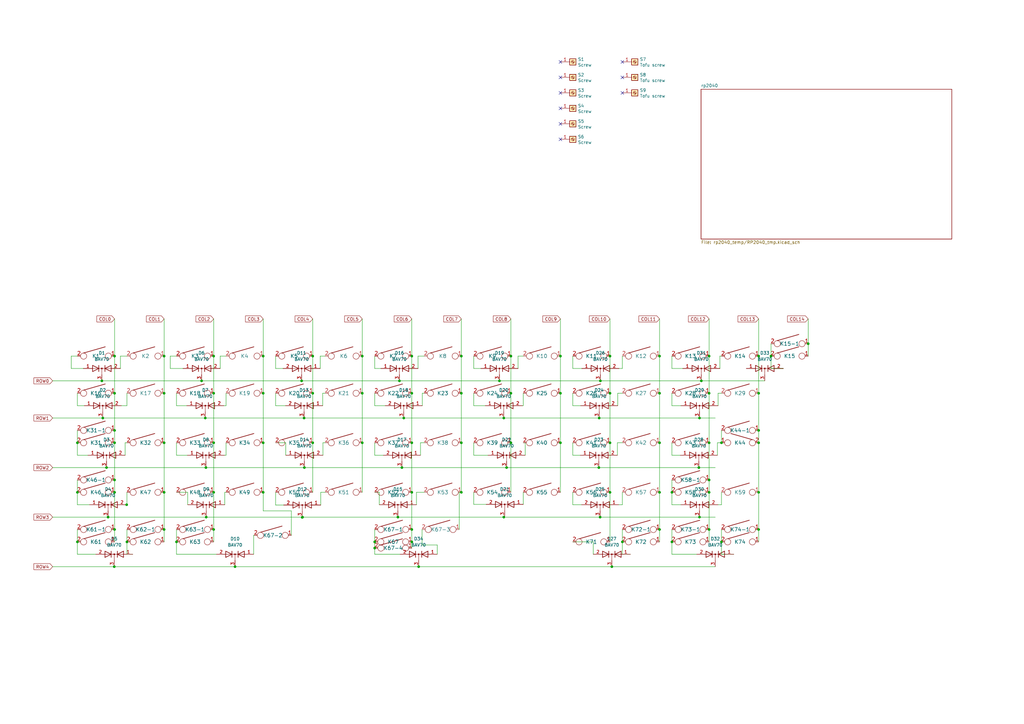
<source format=kicad_sch>
(kicad_sch (version 20211123) (generator eeschema)
  (paper "A3")
  (junction (at 286.639 191.77))
  (junction (at 206.629 171.45))
  (junction (at 107.95 161.29))
  (junction (at 270.51 161.29))
  (junction (at 46.99 196.85))
  (junction (at 46.99 161.29))
  (junction (at 290.83 201.93))
  (junction (at 123.698 156.21))
  (junction (at 286.893 171.45))
  (junction (at 209.55 161.29))
  (junction (at 84.582 212.09))
  (junction (at 171.704 232.41))
  (junction (at 46.99 146.05))
  (junction (at 67.31 181.61))
  (junction (at 246.126 212.09))
  (junction (at 245.745 171.45))
  (junction (at 290.83 196.85))
  (junction (at 87.63 217.17))
  (junction (at 255.27 222.25))
  (junction (at 168.91 201.93))
  (junction (at 270.51 201.93))
  (junction (at 46.99 181.61))
  (junction (at 148.59 161.29))
  (junction (at 31.75 201.93))
  (junction (at 275.59 201.93))
  (junction (at 107.95 181.61))
  (junction (at 295.91 181.61))
  (junction (at 270.51 181.61))
  (junction (at 46.99 176.53))
  (junction (at 107.95 146.05))
  (junction (at 229.87 146.05))
  (junction (at 246.253 156.21))
  (junction (at 124.079 212.09))
  (junction (at 67.31 146.05))
  (junction (at 107.95 201.93))
  (junction (at 128.27 181.61))
  (junction (at 168.91 161.29))
  (junction (at 311.15 201.93))
  (junction (at 311.15 146.05))
  (junction (at 148.59 181.61))
  (junction (at 209.55 146.05))
  (junction (at 123.952 212.217))
  (junction (at 189.23 201.93))
  (junction (at 168.91 222.25))
  (junction (at 84.201 171.45))
  (junction (at 207.772 191.77))
  (junction (at 31.75 181.61))
  (junction (at 206.629 212.09))
  (junction (at 209.55 181.61))
  (junction (at 250.19 181.61))
  (junction (at 46.99 201.93))
  (junction (at 168.91 217.17))
  (junction (at 189.23 146.05))
  (junction (at 189.23 181.61))
  (junction (at 311.15 181.61))
  (junction (at 311.15 176.53))
  (junction (at 270.51 217.17))
  (junction (at 41.783 156.21))
  (junction (at 290.83 146.05))
  (junction (at 168.91 181.61))
  (junction (at 275.59 222.25))
  (junction (at 250.19 146.05))
  (junction (at 67.31 161.29))
  (junction (at 245.618 191.77))
  (junction (at 204.851 156.21))
  (junction (at 250.19 161.29))
  (junction (at 84.455 191.77))
  (junction (at 163.195 212.09))
  (junction (at 290.83 181.61))
  (junction (at 250.19 201.93))
  (junction (at 311.15 217.17))
  (junction (at 290.83 217.17))
  (junction (at 286.893 212.09))
  (junction (at 82.677 156.21))
  (junction (at 229.87 161.29))
  (junction (at 250.952 232.41))
  (junction (at 42.164 171.45))
  (junction (at 52.07 222.25))
  (junction (at 96.393 232.41))
  (junction (at 67.31 217.17))
  (junction (at 287.655 156.21))
  (junction (at 46.863 232.41))
  (junction (at 295.91 222.25))
  (junction (at 290.83 161.29))
  (junction (at 331.47 140.97))
  (junction (at 148.59 146.05))
  (junction (at 44.323 212.09))
  (junction (at 229.87 181.61))
  (junction (at 128.27 161.29))
  (junction (at 51.943 207.01))
  (junction (at 87.63 161.29))
  (junction (at 87.63 181.61))
  (junction (at 270.51 146.05))
  (junction (at 87.63 146.05))
  (junction (at 153.67 224.79))
  (junction (at 72.39 222.25))
  (junction (at 316.23 146.05))
  (junction (at 128.27 146.05))
  (junction (at 168.91 146.05))
  (junction (at 124.841 191.77))
  (junction (at 153.67 222.25))
  (junction (at 87.63 201.93))
  (junction (at 165.608 171.45))
  (junction (at 189.23 161.29))
  (junction (at 67.31 201.93))
  (junction (at 164.846 191.77))
  (junction (at 43.688 191.77))
  (junction (at 163.83 156.21))
  (junction (at 311.15 161.29))
  (junction (at 46.99 217.17))
  (junction (at 31.75 222.25))
  (junction (at 124.714 171.45))
  (no_connect (at 255.27 31.75))
  (no_connect (at 255.27 25.4))
  (no_connect (at 255.27 38.1))
  (no_connect (at 229.87 38.1))
  (no_connect (at 229.87 57.15))
  (no_connect (at 229.87 50.8))
  (no_connect (at 229.87 44.45))
  (no_connect (at 229.87 25.4))
  (no_connect (at 229.87 31.75))
  (wire (pts (xy 290.83 217.17) (xy 290.83 201.93)))
  (wire (pts (xy 321.31 151.13) (xy 316.23 151.13)))
  (wire (pts (xy 275.59 227.33) (xy 275.59 222.25)))
  (wire (pts (xy 46.99 201.93) (xy 46.99 217.17)))
  (wire (pts (xy 229.87 161.29) (xy 229.87 181.61)))
  (wire (pts (xy 52.07 166.37) (xy 52.07 161.29)))
  (wire (pts (xy 42.164 171.45) (xy 84.201 171.45)))
  (wire (pts (xy 206.629 212.09) (xy 246.126 212.09)))
  (wire (pts (xy 132.461 186.69) (xy 132.461 181.61)))
  (wire (pts (xy 116.332 207.137) (xy 113.03 207.137)))
  (wire (pts (xy 72.39 201.93) (xy 76.962 201.93)))
  (wire (pts (xy 295.91 161.29) (xy 294.513 161.29)))
  (wire (pts (xy 285.75 227.33) (xy 275.59 227.33)))
  (wire (pts (xy 132.334 161.29) (xy 133.35 161.29)))
  (wire (pts (xy 290.83 196.85) (xy 290.83 181.61)))
  (wire (pts (xy 234.95 181.61) (xy 234.95 186.69)))
  (wire (pts (xy 311.15 161.29) (xy 311.15 176.53)))
  (wire (pts (xy 255.27 146.05) (xy 255.27 151.13)))
  (wire (pts (xy 117.221 181.61) (xy 117.221 186.69)))
  (wire (pts (xy 128.27 146.05) (xy 128.27 130.81)))
  (wire (pts (xy 153.67 151.13) (xy 156.21 151.13)))
  (wire (pts (xy 171.704 232.41) (xy 250.952 232.41)))
  (wire (pts (xy 214.63 161.29) (xy 214.63 166.37)))
  (wire (pts (xy 92.71 186.69) (xy 92.075 186.69)))
  (wire (pts (xy 67.31 161.29) (xy 67.31 146.05)))
  (wire (pts (xy 270.51 201.93) (xy 270.51 217.17)))
  (wire (pts (xy 46.99 161.29) (xy 46.99 176.53)))
  (wire (pts (xy 87.63 201.93) (xy 87.63 217.17)))
  (wire (pts (xy 171.45 146.05) (xy 171.45 151.13)))
  (wire (pts (xy 250.952 232.41) (xy 293.37 232.41)))
  (wire (pts (xy 275.59 166.37) (xy 279.273 166.37)))
  (wire (pts (xy 163.195 212.09) (xy 206.629 212.09)))
  (wire (pts (xy 44.323 212.09) (xy 84.582 212.09)))
  (wire (pts (xy 148.59 161.29) (xy 148.59 181.61)))
  (wire (pts (xy 287.655 156.21) (xy 313.69 156.21)))
  (wire (pts (xy 107.95 209.55) (xy 107.95 201.93)))
  (wire (pts (xy 153.67 186.69) (xy 157.226 186.69)))
  (wire (pts (xy 29.21 146.05) (xy 31.75 146.05)))
  (wire (pts (xy 75.057 151.13) (xy 69.85 151.13)))
  (wire (pts (xy 316.23 140.97) (xy 316.23 146.05)))
  (wire (pts (xy 294.513 161.29) (xy 294.513 166.37)))
  (wire (pts (xy 124.714 171.45) (xy 165.608 171.45)))
  (wire (pts (xy 72.39 186.69) (xy 76.835 186.69)))
  (wire (pts (xy 311.15 181.61) (xy 311.15 201.93)))
  (wire (pts (xy 300.99 227.33) (xy 295.91 227.33)))
  (wire (pts (xy 76.962 201.93) (xy 76.962 207.01)))
  (wire (pts (xy 31.75 166.37) (xy 34.544 166.37)))
  (wire (pts (xy 82.677 156.21) (xy 123.698 156.21)))
  (wire (pts (xy 84.455 191.77) (xy 124.841 191.77)))
  (wire (pts (xy 148.59 146.05) (xy 148.59 161.29)))
  (wire (pts (xy 87.63 130.81) (xy 87.63 146.05)))
  (wire (pts (xy 179.324 223.52) (xy 179.324 227.33)))
  (wire (pts (xy 194.31 161.29) (xy 194.31 166.37)))
  (wire (pts (xy 279.273 207.01) (xy 275.59 207.01)))
  (wire (pts (xy 275.59 201.93) (xy 275.59 196.85)))
  (wire (pts (xy 168.91 222.25) (xy 168.91 224.79)))
  (wire (pts (xy 119.507 219.583) (xy 119.507 209.55)))
  (wire (pts (xy 209.55 161.29) (xy 209.55 146.05)))
  (wire (pts (xy 113.03 151.13) (xy 116.078 151.13)))
  (wire (pts (xy 212.471 146.05) (xy 212.471 151.13)))
  (wire (pts (xy 46.99 146.05) (xy 46.99 161.29)))
  (wire (pts (xy 124.841 191.77) (xy 164.846 191.77)))
  (wire (pts (xy 165.608 171.45) (xy 206.629 171.45)))
  (wire (pts (xy 255.27 181.61) (xy 253.238 181.61)))
  (wire (pts (xy 153.67 146.05) (xy 153.67 151.13)))
  (wire (pts (xy 52.07 222.25) (xy 52.07 217.17)))
  (wire (pts (xy 275.59 207.01) (xy 275.59 201.93)))
  (wire (pts (xy 275.59 217.17) (xy 275.59 222.25)))
  (wire (pts (xy 294.259 181.61) (xy 295.91 181.61)))
  (wire (pts (xy 51.308 181.61) (xy 51.308 186.69)))
  (wire (pts (xy 69.85 146.05) (xy 72.39 146.05)))
  (wire (pts (xy 148.59 181.61) (xy 148.59 201.93)))
  (wire (pts (xy 172.466 181.61) (xy 173.99 181.61)))
  (wire (pts (xy 215.392 186.69) (xy 215.392 181.61)))
  (wire (pts (xy 31.75 201.93) (xy 31.75 196.85)))
  (wire (pts (xy 199.39 206.883) (xy 194.31 206.883)))
  (wire (pts (xy 133.35 146.05) (xy 131.318 146.05)))
  (wire (pts (xy 238.506 207.01) (xy 234.95 207.01)))
  (wire (pts (xy 128.27 201.93) (xy 128.27 181.61)))
  (wire (pts (xy 153.67 224.79) (xy 153.67 222.25)))
  (wire (pts (xy 311.15 130.81) (xy 311.15 146.05)))
  (wire (pts (xy 295.91 222.25) (xy 295.91 217.17)))
  (wire (pts (xy 253.365 166.37) (xy 253.365 161.29)))
  (wire (pts (xy 46.99 130.81) (xy 46.99 146.05)))
  (wire (pts (xy 171.45 146.05) (xy 173.99 146.05)))
  (wire (pts (xy 153.67 227.33) (xy 153.67 224.79)))
  (wire (pts (xy 246.126 212.09) (xy 286.893 212.09)))
  (wire (pts (xy 52.07 227.33) (xy 52.07 222.25)))
  (wire (pts (xy 131.318 146.05) (xy 131.318 151.13)))
  (wire (pts (xy 72.39 181.61) (xy 72.39 186.69)))
  (wire (pts (xy 275.59 151.13) (xy 275.59 146.05)))
  (wire (pts (xy 84.201 171.45) (xy 124.714 171.45)))
  (wire (pts (xy 270.51 146.05) (xy 270.51 161.29)))
  (wire (pts (xy 229.87 130.81) (xy 229.87 146.05)))
  (wire (pts (xy 87.63 161.29) (xy 87.63 181.61)))
  (wire (pts (xy 46.863 232.41) (xy 96.393 232.41)))
  (wire (pts (xy 194.31 166.37) (xy 199.009 166.37)))
  (wire (pts (xy 204.851 156.21) (xy 246.253 156.21)))
  (wire (pts (xy 311.15 217.17) (xy 311.15 222.25)))
  (wire (pts (xy 31.75 227.33) (xy 31.75 222.25)))
  (wire (pts (xy 209.55 201.93) (xy 209.55 181.61)))
  (wire (pts (xy 234.95 207.01) (xy 234.95 201.93)))
  (wire (pts (xy 168.91 161.29) (xy 168.91 146.05)))
  (wire (pts (xy 311.15 176.53) (xy 311.15 181.61)))
  (wire (pts (xy 107.95 181.61) (xy 107.95 201.93)))
  (wire (pts (xy 49.784 166.37) (xy 52.07 166.37)))
  (wire (pts (xy 31.75 207.01) (xy 31.75 201.93)))
  (wire (pts (xy 311.15 146.05) (xy 311.15 161.29)))
  (wire (pts (xy 172.466 186.69) (xy 172.466 181.61)))
  (wire (pts (xy 84.582 212.09) (xy 124.079 212.09)))
  (wire (pts (xy 295.91 207.01) (xy 294.513 207.01)))
  (wire (pts (xy 107.95 130.81) (xy 107.95 146.05)))
  (wire (pts (xy 290.83 146.05) (xy 290.83 130.81)))
  (wire (pts (xy 173.101 217.17) (xy 173.101 223.52)))
  (wire (pts (xy 207.01 211.963) (xy 206.629 211.963)))
  (wire (pts (xy 295.275 151.13) (xy 295.275 146.05)))
  (wire (pts (xy 173.101 223.52) (xy 179.324 223.52)))
  (wire (pts (xy 36.068 186.69) (xy 31.75 186.69)))
  (wire (pts (xy 275.59 186.69) (xy 279.019 186.69)))
  (wire (pts (xy 54.483 227.33) (xy 52.07 227.33)))
  (wire (pts (xy 197.231 151.13) (xy 194.31 151.13)))
  (wire (pts (xy 131.572 201.93) (xy 131.572 207.137)))
  (wire (pts (xy 286.639 191.77) (xy 293.37 191.77)))
  (wire (pts (xy 155.575 207.01) (xy 155.575 201.93)))
  (wire (pts (xy 132.461 181.61) (xy 133.35 181.61)))
  (wire (pts (xy 255.27 201.93) (xy 255.27 207.01)))
  (wire (pts (xy 72.39 227.33) (xy 72.39 222.25)))
  (wire (pts (xy 88.773 227.33) (xy 72.39 227.33)))
  (wire (pts (xy 21.59 156.21) (xy 41.783 156.21)))
  (wire (pts (xy 29.21 151.13) (xy 34.163 151.13)))
  (wire (pts (xy 67.31 181.61) (xy 67.31 161.29)))
  (wire (pts (xy 124.079 212.217) (xy 124.079 212.09)))
  (wire (pts (xy 21.59 232.41) (xy 46.863 232.41)))
  (wire (pts (xy 206.629 211.963) (xy 206.629 212.09)))
  (wire (pts (xy 250.19 181.61) (xy 250.19 161.29)))
  (wire (pts (xy 67.31 146.05) (xy 67.31 130.81)))
  (wire (pts (xy 246.253 156.21) (xy 287.655 156.21)))
  (wire (pts (xy 234.95 186.69) (xy 237.998 186.69)))
  (wire (pts (xy 173.228 166.37) (xy 173.228 161.29)))
  (wire (pts (xy 234.95 146.05) (xy 234.95 151.13)))
  (wire (pts (xy 234.95 161.29) (xy 234.95 166.37)))
  (wire (pts (xy 31.75 161.29) (xy 31.75 166.37)))
  (wire (pts (xy 168.91 201.93) (xy 168.91 181.61)))
  (wire (pts (xy 207.772 191.77) (xy 245.618 191.77)))
  (wire (pts (xy 270.51 130.81) (xy 270.51 146.05)))
  (wire (pts (xy 255.27 151.13) (xy 253.873 151.13)))
  (wire (pts (xy 286.893 212.09) (xy 293.37 212.09)))
  (wire (pts (xy 96.393 232.41) (xy 171.704 232.41)))
  (wire (pts (xy 104.013 219.583) (xy 104.267 219.583)))
  (wire (pts (xy 107.95 146.05) (xy 107.95 161.29)))
  (wire (pts (xy 49.403 146.05) (xy 52.07 146.05)))
  (wire (pts (xy 290.83 201.93) (xy 290.83 196.85)))
  (wire (pts (xy 206.629 171.45) (xy 245.745 171.45)))
  (wire (pts (xy 67.31 222.25) (xy 67.31 217.17)))
  (wire (pts (xy 173.228 161.29) (xy 173.99 161.29)))
  (wire (pts (xy 31.75 181.61) (xy 31.75 186.69)))
  (wire (pts (xy 258.572 227.33) (xy 255.27 227.33)))
  (wire (pts (xy 107.95 161.29) (xy 107.95 181.61)))
  (wire (pts (xy 128.27 181.61) (xy 128.27 161.29)))
  (wire (pts (xy 189.23 161.29) (xy 189.23 181.61)))
  (wire (pts (xy 194.31 181.61) (xy 194.31 186.69)))
  (wire (pts (xy 43.688 191.77) (xy 84.455 191.77)))
  (wire (pts (xy 148.59 130.81) (xy 148.59 146.05)))
  (wire (pts (xy 46.99 196.85) (xy 46.99 201.93)))
  (wire (pts (xy 92.202 201.93) (xy 92.71 201.93)))
  (wire (pts (xy 250.19 222.25) (xy 250.19 201.93)))
  (wire (pts (xy 214.63 201.93) (xy 214.63 206.883)))
  (wire (pts (xy 295.91 227.33) (xy 295.91 222.25)))
  (wire (pts (xy 270.51 181.61) (xy 270.51 201.93)))
  (wire (pts (xy 92.71 161.29) (xy 92.71 166.37)))
  (wire (pts (xy 119.507 209.55) (xy 107.95 209.55)))
  (wire (pts (xy 164.846 191.77) (xy 207.772 191.77)))
  (wire (pts (xy 243.332 222.25) (xy 243.332 227.33)))
  (wire (pts (xy 52.07 181.61) (xy 51.308 181.61)))
  (wire (pts (xy 104.013 227.33) (xy 104.013 219.583)))
  (wire (pts (xy 113.03 146.05) (xy 113.03 151.13)))
  (wire (pts (xy 153.67 181.61) (xy 153.67 186.69)))
  (wire (pts (xy 69.85 151.13) (xy 69.85 146.05)))
  (wire (pts (xy 194.31 151.13) (xy 194.31 146.05)))
  (wire (pts (xy 270.51 161.29) (xy 270.51 181.61)))
  (wire (pts (xy 123.952 212.217) (xy 124.079 212.217)))
  (wire (pts (xy 194.31 206.883) (xy 194.31 201.93)))
  (wire (pts (xy 170.815 201.93) (xy 173.99 201.93)))
  (wire (pts (xy 253.365 161.29) (xy 255.27 161.29)))
  (wire (pts (xy 117.094 166.37) (xy 113.03 166.37)))
  (wire (pts (xy 46.99 176.53) (xy 46.99 181.61)))
  (wire (pts (xy 39.243 227.33) (xy 31.75 227.33)))
  (wire (pts (xy 311.15 201.93) (xy 311.15 217.17)))
  (wire (pts (xy 21.59 212.09) (xy 44.323 212.09)))
  (wire (pts (xy 229.87 181.61) (xy 229.87 201.93)))
  (wire (pts (xy 229.87 146.05) (xy 229.87 161.29)))
  (wire (pts (xy 29.21 146.05) (xy 29.21 151.13)))
  (wire (pts (xy 113.03 181.61) (xy 117.221 181.61)))
  (wire (pts (xy 67.31 217.17) (xy 67.31 201.93)))
  (wire (pts (xy 168.91 181.61) (xy 168.91 161.29)))
  (wire (pts (xy 290.83 222.25) (xy 290.83 217.17)))
  (wire (pts (xy 170.815 207.01) (xy 170.815 201.93)))
  (wire (pts (xy 168.91 217.17) (xy 168.91 222.25)))
  (wire (pts (xy 280.035 151.13) (xy 275.59 151.13)))
  (wire (pts (xy 331.47 140.97) (xy 331.47 130.81)))
  (wire (pts (xy 250.19 161.29) (xy 250.19 146.05)))
  (wire (pts (xy 253.238 181.61) (xy 253.238 186.69)))
  (wire (pts (xy 245.618 191.77) (xy 286.639 191.77)))
  (wire (pts (xy 90.297 146.05) (xy 90.297 151.13)))
  (wire (pts (xy 189.23 130.81) (xy 189.23 146.05)))
  (wire (pts (xy 128.27 161.29) (xy 128.27 146.05)))
  (wire (pts (xy 155.575 201.93) (xy 153.67 201.93)))
  (wire (pts (xy 153.67 161.29) (xy 153.67 166.37)))
  (wire (pts (xy 36.703 207.01) (xy 31.75 207.01)))
  (wire (pts (xy 92.202 207.01) (xy 92.202 201.93)))
  (wire (pts (xy 133.35 201.93) (xy 131.572 201.93)))
  (wire (pts (xy 72.39 161.29) (xy 72.39 166.37)))
  (wire (pts (xy 113.03 207.137) (xy 113.03 201.93)))
  (wire (pts (xy 255.27 227.33) (xy 255.27 222.25)))
  (wire (pts (xy 234.95 151.13) (xy 238.633 151.13)))
  (wire (pts (xy 250.19 201.93) (xy 250.19 181.61)))
  (wire (pts (xy 67.31 201.93) (xy 67.31 181.61)))
  (wire (pts (xy 290.83 181.61) (xy 290.83 161.29)))
  (wire (pts (xy 188.341 217.17) (xy 188.341 201.93)))
  (wire (pts (xy 214.63 166.37) (xy 214.249 166.37)))
  (wire (pts (xy 270.51 217.17) (xy 270.51 222.25)))
  (wire (pts (xy 275.59 161.29) (xy 275.59 166.37)))
  (wire (pts (xy 87.63 217.17) (xy 87.63 222.25)))
  (wire (pts (xy 275.59 181.61) (xy 275.59 186.69)))
  (wire (pts (xy 209.55 146.05) (xy 209.55 130.81)))
  (wire (pts (xy 316.23 151.13) (xy 316.23 146.05)))
  (wire (pts (xy 21.59 191.77) (xy 43.688 191.77)))
  (wire (pts (xy 41.783 156.21) (xy 82.677 156.21)))
  (wire (pts (xy 132.334 166.37) (xy 132.334 161.29)))
  (wire (pts (xy 245.745 171.45) (xy 286.893 171.45)))
  (wire (pts (xy 214.63 146.05) (xy 212.471 146.05)))
  (wire (pts (xy 294.259 186.69) (xy 294.259 181.61)))
  (wire (pts (xy 250.19 146.05) (xy 250.19 130.81)))
  (wire (pts (xy 72.39 166.37) (xy 76.581 166.37)))
  (wire (pts (xy 46.99 217.17) (xy 46.99 222.25)))
  (wire (pts (xy 168.91 146.05) (xy 168.91 130.81)))
  (wire (pts (xy 87.63 181.61) (xy 87.63 201.93)))
  (wire (pts (xy 87.63 146.05) (xy 87.63 161.29)))
  (wire (pts (xy 290.83 161.29) (xy 290.83 146.05)))
  (wire (pts (xy 31.75 176.53) (xy 31.75 181.61)))
  (wire (pts (xy 234.95 166.37) (xy 238.125 166.37)))
  (wire (pts (xy 163.83 156.21) (xy 204.851 156.21)))
  (wire (pts (xy 188.341 201.93) (xy 189.23 201.93)))
  (wire (pts (xy 46.99 181.61) (xy 46.99 196.85)))
  (wire (pts (xy 124.079 212.09) (xy 163.195 212.09)))
  (wire (pts (xy 49.403 151.13) (xy 49.403 146.05)))
  (wire (pts (xy 234.95 222.25) (xy 243.332 222.25)))
  (wire (pts (xy 194.31 186.69) (xy 200.152 186.69)))
  (wire (pts (xy 123.698 156.21) (xy 163.83 156.21)))
  (wire (pts (xy 189.23 181.61) (xy 189.23 201.93)))
  (wire (pts (xy 92.71 166.37) (xy 91.821 166.37)))
  (wire (pts (xy 331.47 146.05) (xy 331.47 140.97)))
  (wire (pts (xy 153.67 217.17) (xy 153.67 222.25)))
  (wire (pts (xy 295.91 201.93) (xy 295.91 207.01)))
  (wire (pts (xy 295.275 146.05) (xy 295.91 146.05)))
  (wire (pts (xy 295.91 176.53) (xy 295.91 181.61)))
  (wire (pts (xy 168.91 217.17) (xy 168.91 201.93)))
  (wire (pts (xy 92.71 181.61) (xy 92.71 186.69)))
  (wire (pts (xy 255.27 222.25) (xy 255.27 217.17)))
  (wire (pts (xy 21.59 171.45) (xy 42.164 171.45)))
  (wire (pts (xy 214.63 181.61) (xy 215.392 181.61)))
  (wire (pts (xy 72.39 222.25) (xy 72.39 217.17)))
  (wire (pts (xy 92.71 146.05) (xy 90.297 146.05)))
  (wire (pts (xy 164.084 227.33) (xy 153.67 227.33)))
  (wire (pts (xy 52.07 207.01) (xy 51.943 207.01)))
  (wire (pts (xy 113.03 166.37) (xy 113.03 161.29)))
  (wire (pts (xy 31.75 222.25) (xy 31.75 217.17)))
  (wire (pts (xy 189.23 146.05) (xy 189.23 161.29)))
  (wire (pts (xy 52.07 201.93) (xy 52.07 207.01)))
  (wire (pts (xy 209.55 181.61) (xy 209.55 161.29)))
  (wire (pts (xy 153.67 166.37) (xy 157.988 166.37)))
  (wire (pts (xy 286.893 171.45) (xy 293.37 171.45)))
  (wire (pts (xy 255.27 207.01) (xy 253.746 207.01)))
  (global_label "COL11" (shape input) (at 270.51 130.81 180) (property "Intersheet References" "${INTERSHEET_REFS}" (effects hide)))
  (global_label "ROW3" (shape input) (at 21.59 212.09 180) (property "Intersheet References" "${INTERSHEET_REFS}" (effects hide)))
  (global_label "COL7" (shape input) (at 189.23 130.81 180) (property "Intersheet References" "${INTERSHEET_REFS}" (effects hide)))
  (global_label "COL10" (shape input) (at 250.19 130.81 180) (property "Intersheet References" "${INTERSHEET_REFS}" (effects hide)))
  (global_label "COL12" (shape input) (at 290.83 130.81 180) (property "Intersheet References" "${INTERSHEET_REFS}" (effects hide)))
  (global_label "COL3" (shape input) (at 107.95 130.81 180) (property "Intersheet References" "${INTERSHEET_REFS}" (effects hide)))
  (global_label "ROW4" (shape input) (at 21.59 232.41 180) (property "Intersheet References" "${INTERSHEET_REFS}" (effects hide)))
  (global_label "COL9" (shape input) (at 229.87 130.81 180) (property "Intersheet References" "${INTERSHEET_REFS}" (effects hide)))
  (global_label "COL5" (shape input) (at 148.59 130.81 180) (property "Intersheet References" "${INTERSHEET_REFS}" (effects hide)))
  (global_label "COL6" (shape input) (at 168.91 130.81 180) (property "Intersheet References" "${INTERSHEET_REFS}" (effects hide)))
  (global_label "COL13" (shape input) (at 311.15 130.81 180) (property "Intersheet References" "${INTERSHEET_REFS}" (effects hide)))
  (global_label "COL8" (shape input) (at 209.55 130.81 180) (property "Intersheet References" "${INTERSHEET_REFS}" (effects hide)))
  (global_label "COL4" (shape input) (at 128.27 130.81 180) (property "Intersheet References" "${INTERSHEET_REFS}" (effects hide)))
  (global_label "ROW0" (shape input) (at 21.59 156.21 180) (property "Intersheet References" "${INTERSHEET_REFS}" (effects hide)))
  (global_label "COL1" (shape input) (at 67.31 130.81 180) (property "Intersheet References" "${INTERSHEET_REFS}" (effects hide)))
  (global_label "COL14" (shape input) (at 331.47 130.81 180) (property "Intersheet References" "${INTERSHEET_REFS}" (effects hide)))
  (global_label "ROW2" (shape input) (at 21.59 191.77 180) (property "Intersheet References" "${INTERSHEET_REFS}" (effects hide)))
  (global_label "ROW1" (shape input) (at 21.59 171.45 180) (property "Intersheet References" "${INTERSHEET_REFS}" (effects hide)))
  (global_label "COL0" (shape input) (at 46.99 130.81 180) (property "Intersheet References" "${INTERSHEET_REFS}" (effects hide)))
  (global_label "COL2" (shape input) (at 87.63 130.81 180) (property "Intersheet References" "${INTERSHEET_REFS}" (effects hide)))
  (symbol (lib_id "Connector:Screw_Terminal_01x01") (at 234.95 25.4 0) (unit 1)
    (property "Reference" "S1" (at 236.982 24.3332 0) (effects (justify left)))
    (property "Value" "Screw" (at 236.982 26.6446 0) (effects (justify left)))
    (property "Footprint" "footprints:5.5_5x2.5mm" (effects hide))
  )
  (symbol (lib_id "Connector:Screw_Terminal_01x01") (at 234.95 31.75 0) (unit 1)
    (property "Reference" "S2" (at 236.982 30.6832 0) (effects (justify left)))
    (property "Value" "Screw" (at 236.982 32.9946 0) (effects (justify left)))
    (property "Footprint" "footprints:5.5_5x2.5mm" (effects hide))
  )
  (symbol (lib_id "Connector:Screw_Terminal_01x01") (at 234.95 38.1 0) (unit 1)
    (property "Reference" "S3" (at 236.982 37.0332 0) (effects (justify left)))
    (property "Value" "Screw" (at 236.982 39.3446 0) (effects (justify left)))
    (property "Footprint" "footprints:5.5_5x2.5mm" (effects hide))
  )
  (symbol (lib_id "Connector:Screw_Terminal_01x01") (at 234.95 44.45 0) (unit 1)
    (property "Reference" "S4" (at 236.982 43.3832 0) (effects (justify left)))
    (property "Value" "Screw" (at 236.982 45.6946 0) (effects (justify left)))
    (property "Footprint" "footprints:10x5_7x2.5mm" (effects hide))
  )
  (symbol (lib_id "Connector:Screw_Terminal_01x01") (at 234.95 50.8 0) (unit 1)
    (property "Reference" "S5" (at 236.982 49.7332 0) (effects (justify left)))
    (property "Value" "Screw" (at 236.982 52.0446 0) (effects (justify left)))
    (property "Footprint" "footprints:10x5_7x2.5mm" (effects hide))
  )
  (symbol (lib_id "Connector:Screw_Terminal_01x01") (at 234.95 57.15 0) (unit 1)
    (property "Reference" "S6" (at 236.982 56.0832 0) (effects (justify left)))
    (property "Value" "Screw" (at 236.982 58.3946 0) (effects (justify left)))
    (property "Footprint" "footprints:5.5_5x2.5mm" (effects hide))
  )
  (symbol (lib_id "keyboard_parts:KEYSW") (at 39.37 146.05 0) (unit 1)
    (property "Reference" "K1" (at 39.37 146.05 0) (effects (font (size 1.524 1.524))))
    (property "Value" "KEYSW" (effects hide))
    (property "Footprint" "Keeb_switches:CHERRY_PLATE_100H" (effects hide))
  )
  (symbol (lib_id "keyboard_parts:KEYSW") (at 59.69 146.05 0) (unit 1)
    (property "Reference" "K2" (at 59.69 146.05 0) (effects (font (size 1.524 1.524))))
    (property "Value" "KEYSW" (effects hide))
    (property "Footprint" "Keeb_switches:CHERRY_PLATE_100H" (effects hide))
  )
  (symbol (lib_id "keyboard_parts:KEYSW") (at 80.01 146.05 0) (unit 1)
    (property "Reference" "K3" (at 80.01 146.05 0) (effects (font (size 1.524 1.524))))
    (property "Value" "KEYSW" (effects hide))
    (property "Footprint" "Keeb_switches:CHERRY_PLATE_100H" (effects hide))
  )
  (symbol (lib_id "keyboard_parts:KEYSW") (at 100.33 146.05 0) (unit 1)
    (property "Reference" "K4" (at 100.33 146.05 0) (effects (font (size 1.524 1.524))))
    (property "Value" "KEYSW" (effects hide))
    (property "Footprint" "Keeb_switches:CHERRY_PLATE_100H" (effects hide))
  )
  (symbol (lib_id "keyboard_parts:KEYSW") (at 120.65 146.05 0) (unit 1)
    (property "Reference" "K5" (at 120.65 146.05 0) (effects (font (size 1.524 1.524))))
    (property "Value" "KEYSW" (effects hide))
    (property "Footprint" "Keeb_switches:CHERRY_PLATE_100H" (effects hide))
  )
  (symbol (lib_id "keyboard_parts:KEYSW") (at 140.97 146.05 0) (unit 1)
    (property "Reference" "K6" (at 140.97 146.05 0) (effects (font (size 1.524 1.524))))
    (property "Value" "KEYSW" (effects hide))
    (property "Footprint" "Keeb_switches:CHERRY_PLATE_100H" (effects hide))
  )
  (symbol (lib_id "keyboard_parts:KEYSW") (at 161.29 146.05 0) (unit 1)
    (property "Reference" "K7" (at 161.29 146.05 0) (effects (font (size 1.524 1.524))))
    (property "Value" "KEYSW" (effects hide))
    (property "Footprint" "Keeb_switches:CHERRY_PLATE_100H" (effects hide))
  )
  (symbol (lib_id "keyboard_parts:KEYSW") (at 181.61 146.05 0) (unit 1)
    (property "Reference" "K8" (at 181.61 146.05 0) (effects (font (size 1.524 1.524))))
    (property "Value" "KEYSW" (effects hide))
    (property "Footprint" "Keeb_switches:CHERRY_PLATE_100H" (effects hide))
  )
  (symbol (lib_id "keyboard_parts:KEYSW") (at 201.93 146.05 0) (unit 1)
    (property "Reference" "K9" (at 201.93 146.05 0) (effects (font (size 1.524 1.524))))
    (property "Value" "KEYSW" (effects hide))
    (property "Footprint" "Keeb_switches:CHERRY_PLATE_100H" (effects hide))
  )
  (symbol (lib_id "keyboard_parts:KEYSW") (at 222.25 146.05 0) (unit 1)
    (property "Reference" "K10" (at 222.25 146.05 0) (effects (font (size 1.524 1.524))))
    (property "Value" "KEYSW" (effects hide))
    (property "Footprint" "Keeb_switches:CHERRY_PLATE_100H" (effects hide))
  )
  (symbol (lib_id "keyboard_parts:KEYSW") (at 242.57 146.05 0) (unit 1)
    (property "Reference" "K11" (at 242.57 146.05 0) (effects (font (size 1.524 1.524))))
    (property "Value" "KEYSW" (effects hide))
    (property "Footprint" "Keeb_switches:CHERRY_PLATE_100H" (effects hide))
  )
  (symbol (lib_id "keyboard_parts:KEYSW") (at 262.89 146.05 0) (unit 1)
    (property "Reference" "K12" (at 262.89 146.05 0) (effects (font (size 1.524 1.524))))
    (property "Value" "KEYSW" (effects hide))
    (property "Footprint" "Keeb_switches:CHERRY_PLATE_100H" (effects hide))
  )
  (symbol (lib_id "keyboard_parts:KEYSW") (at 283.21 146.05 0) (unit 1)
    (property "Reference" "K13" (at 283.21 146.05 0) (effects (font (size 1.524 1.524))))
    (property "Value" "KEYSW" (effects hide))
    (property "Footprint" "Keeb_switches:CHERRY_PLATE_100H" (effects hide))
  )
  (symbol (lib_id "keyboard_parts:KEYSW") (at 303.53 146.05 0) (unit 1)
    (property "Reference" "K14" (at 303.53 146.05 0) (effects (font (size 1.524 1.524))))
    (property "Value" "KEYSW" (effects hide))
    (property "Footprint" "Keeb_switches:CHERRY_PLATE_100H" (effects hide))
  )
  (symbol (lib_id "keyboard_parts:KEYSW") (at 323.85 146.05 0) (unit 1)
    (property "Reference" "K15" (at 323.85 146.05 0) (effects (font (size 1.524 1.524))))
    (property "Value" "KEYSW" (effects hide))
    (property "Footprint" "Keeb_switches:CHERRY_PCB_200H" (effects hide))
  )
  (symbol (lib_id "keyboard_parts:KEYSW") (at 39.37 161.29 0) (unit 1)
    (property "Reference" "K16" (at 39.37 161.29 0) (effects (font (size 1.524 1.524))))
    (property "Value" "KEYSW" (effects hide))
    (property "Footprint" "Keeb_switches:CHERRY_PLATE_150H" (effects hide))
  )
  (symbol (lib_id "keyboard_parts:KEYSW") (at 59.69 161.29 0) (unit 1)
    (property "Reference" "K17" (at 59.69 161.29 0) (effects (font (size 1.524 1.524))))
    (property "Value" "KEYSW" (effects hide))
    (property "Footprint" "Keeb_switches:CHERRY_PLATE_100H" (effects hide))
  )
  (symbol (lib_id "keyboard_parts:KEYSW") (at 80.01 161.29 0) (unit 1)
    (property "Reference" "K18" (at 80.01 161.29 0) (effects (font (size 1.524 1.524))))
    (property "Value" "KEYSW" (effects hide))
    (property "Footprint" "Keeb_switches:CHERRY_PLATE_100H" (effects hide))
  )
  (symbol (lib_id "keyboard_parts:KEYSW") (at 100.33 161.29 0) (unit 1)
    (property "Reference" "K19" (at 100.33 161.29 0) (effects (font (size 1.524 1.524))))
    (property "Value" "KEYSW" (effects hide))
    (property "Footprint" "Keeb_switches:CHERRY_PLATE_100H" (effects hide))
  )
  (symbol (lib_id "keyboard_parts:KEYSW") (at 120.65 161.29 0) (unit 1)
    (property "Reference" "K20" (at 120.65 161.29 0) (effects (font (size 1.524 1.524))))
    (property "Value" "KEYSW" (effects hide))
    (property "Footprint" "Keeb_switches:CHERRY_PLATE_100H" (effects hide))
  )
  (symbol (lib_id "keyboard_parts:KEYSW") (at 140.97 161.29 0) (unit 1)
    (property "Reference" "K21" (at 140.97 161.29 0) (effects (font (size 1.524 1.524))))
    (property "Value" "KEYSW" (effects hide))
    (property "Footprint" "Keeb_switches:CHERRY_PLATE_100H" (effects hide))
  )
  (symbol (lib_id "keyboard_parts:KEYSW") (at 161.29 161.29 0) (unit 1)
    (property "Reference" "K22" (at 161.29 161.29 0) (effects (font (size 1.524 1.524))))
    (property "Value" "KEYSW" (effects hide))
    (property "Footprint" "Keeb_switches:CHERRY_PLATE_100H" (effects hide))
  )
  (symbol (lib_id "keyboard_parts:KEYSW") (at 181.61 161.29 0) (unit 1)
    (property "Reference" "K23" (at 181.61 161.29 0) (effects (font (size 1.524 1.524))))
    (property "Value" "KEYSW" (effects hide))
    (property "Footprint" "Keeb_switches:CHERRY_PLATE_100H" (effects hide))
  )
  (symbol (lib_id "keyboard_parts:KEYSW") (at 201.93 161.29 0) (unit 1)
    (property "Reference" "K24" (at 201.93 161.29 0) (effects (font (size 1.524 1.524))))
    (property "Value" "KEYSW" (effects hide))
    (property "Footprint" "Keeb_switches:CHERRY_PLATE_100H" (effects hide))
  )
  (symbol (lib_id "keyboard_parts:KEYSW") (at 222.25 161.29 0) (unit 1)
    (property "Reference" "K25" (at 222.25 161.29 0) (effects (font (size 1.524 1.524))))
    (property "Value" "KEYSW" (effects hide))
    (property "Footprint" "Keeb_switches:CHERRY_PLATE_100H" (effects hide))
  )
  (symbol (lib_id "keyboard_parts:KEYSW") (at 242.57 161.29 0) (unit 1)
    (property "Reference" "K26" (at 242.57 161.29 0) (effects (font (size 1.524 1.524))))
    (property "Value" "KEYSW" (effects hide))
    (property "Footprint" "Keeb_switches:CHERRY_PLATE_100H" (effects hide))
  )
  (symbol (lib_id "keyboard_parts:KEYSW") (at 262.89 161.29 0) (unit 1)
    (property "Reference" "K27" (at 262.89 161.29 0) (effects (font (size 1.524 1.524))))
    (property "Value" "KEYSW" (effects hide))
    (property "Footprint" "Keeb_switches:CHERRY_PLATE_100H" (effects hide))
  )
  (symbol (lib_id "keyboard_parts:KEYSW") (at 283.21 161.29 0) (unit 1)
    (property "Reference" "K28" (at 283.21 161.29 0) (effects (font (size 1.524 1.524))))
    (property "Value" "KEYSW" (effects hide))
    (property "Footprint" "Keeb_switches:CHERRY_PLATE_100H" (effects hide))
  )
  (symbol (lib_id "keyboard_parts:KEYSW") (at 303.53 161.29 0) (unit 1)
    (property "Reference" "K29" (at 303.53 161.29 0) (effects (font (size 1.524 1.524))))
    (property "Value" "KEYSW" (effects hide))
    (property "Footprint" "Keeb_switches:CHERRY_PLATE_150H" (effects hide))
  )
  (symbol (lib_id "keyboard_parts:KEYSW") (at 39.37 181.61 0) (unit 1)
    (property "Reference" "K31" (at 39.37 181.61 0) (effects (font (size 1.524 1.524))))
    (property "Value" "KEYSW" (effects hide))
    (property "Footprint" "Keeb_switches:CHERRY_PLATE_175H" (effects hide))
  )
  (symbol (lib_id "keyboard_parts:KEYSW") (at 59.69 181.61 0) (unit 1)
    (property "Reference" "K32" (at 59.69 181.61 0) (effects (font (size 1.524 1.524))))
    (property "Value" "KEYSW" (effects hide))
    (property "Footprint" "Keeb_switches:CHERRY_PLATE_100H" (effects hide))
  )
  (symbol (lib_id "keyboard_parts:KEYSW") (at 80.01 181.61 0) (unit 1)
    (property "Reference" "K33" (at 80.01 181.61 0) (effects (font (size 1.524 1.524))))
    (property "Value" "KEYSW" (effects hide))
    (property "Footprint" "Keeb_switches:CHERRY_PLATE_100H" (effects hide))
  )
  (symbol (lib_id "keyboard_parts:KEYSW") (at 100.33 181.61 0) (unit 1)
    (property "Reference" "K34" (at 100.33 181.61 0) (effects (font (size 1.524 1.524))))
    (property "Value" "KEYSW" (effects hide))
    (property "Footprint" "Keeb_switches:CHERRY_PLATE_100H" (effects hide))
  )
  (symbol (lib_id "keyboard_parts:KEYSW") (at 120.65 181.61 0) (unit 1)
    (property "Reference" "K35" (at 120.65 181.61 0) (effects (font (size 1.524 1.524))))
    (property "Value" "KEYSW" (effects hide))
    (property "Footprint" "Keeb_switches:CHERRY_PLATE_100H" (effects hide))
  )
  (symbol (lib_id "keyboard_parts:KEYSW") (at 140.97 181.61 0) (unit 1)
    (property "Reference" "K36" (at 140.97 181.61 0) (effects (font (size 1.524 1.524))))
    (property "Value" "KEYSW" (effects hide))
    (property "Footprint" "Keeb_switches:CHERRY_PLATE_100H" (effects hide))
  )
  (symbol (lib_id "keyboard_parts:KEYSW") (at 161.29 181.61 0) (unit 1)
    (property "Reference" "K37" (at 161.29 181.61 0) (effects (font (size 1.524 1.524))))
    (property "Value" "KEYSW" (effects hide))
    (property "Footprint" "Keeb_switches:CHERRY_PLATE_100H" (effects hide))
  )
  (symbol (lib_id "keyboard_parts:KEYSW") (at 181.61 181.61 0) (unit 1)
    (property "Reference" "K38" (at 181.61 181.61 0) (effects (font (size 1.524 1.524))))
    (property "Value" "KEYSW" (effects hide))
    (property "Footprint" "Keeb_switches:CHERRY_PLATE_100H" (effects hide))
  )
  (symbol (lib_id "keyboard_parts:KEYSW") (at 201.93 181.61 0) (unit 1)
    (property "Reference" "K39" (at 201.93 181.61 0) (effects (font (size 1.524 1.524))))
    (property "Value" "KEYSW" (effects hide))
    (property "Footprint" "Keeb_switches:CHERRY_PLATE_100H" (effects hide))
  )
  (symbol (lib_id "keyboard_parts:KEYSW") (at 222.25 181.61 0) (unit 1)
    (property "Reference" "K40" (at 222.25 181.61 0) (effects (font (size 1.524 1.524))))
    (property "Value" "KEYSW" (effects hide))
    (property "Footprint" "Keeb_switches:CHERRY_PLATE_100H" (effects hide))
  )
  (symbol (lib_id "keyboard_parts:KEYSW") (at 242.57 181.61 0) (unit 1)
    (property "Reference" "K41" (at 242.57 181.61 0) (effects (font (size 1.524 1.524))))
    (property "Value" "KEYSW" (effects hide))
    (property "Footprint" "Keeb_switches:CHERRY_PLATE_100H" (effects hide))
  )
  (symbol (lib_id "keyboard_parts:KEYSW") (at 262.89 181.61 0) (unit 1)
    (property "Reference" "K42" (at 262.89 181.61 0) (effects (font (size 1.524 1.524))))
    (property "Value" "KEYSW" (effects hide))
    (property "Footprint" "Keeb_switches:CHERRY_PLATE_100H" (effects hide))
  )
  (symbol (lib_id "keyboard_parts:KEYSW") (at 283.21 181.61 0) (unit 1)
    (property "Reference" "K43" (at 283.21 181.61 0) (effects (font (size 1.524 1.524))))
    (property "Value" "KEYSW" (effects hide))
    (property "Footprint" "Keeb_switches:CHERRY_PLATE_100H" (effects hide))
  )
  (symbol (lib_id "keyboard_parts:KEYSW") (at 303.53 181.61 0) (mirror y) (unit 1)
    (property "Reference" "K44" (at 303.53 181.61 0) (effects (font (size 1.524 1.524))))
    (property "Value" "KEYSW" (effects hide))
    (property "Footprint" "Keeb_switches:CHERRY_PCB_225H_F" (effects hide))
  )
  (symbol (lib_id "keyboard_parts:KEYSW") (at 39.37 201.93 0) (unit 1)
    (property "Reference" "K46" (at 39.37 201.93 0) (effects (font (size 1.524 1.524))))
    (property "Value" "KEYSW" (effects hide))
    (property "Footprint" "Keeb_switches:CHERRY_PCB_225H" (effects hide))
  )
  (symbol (lib_id "keyboard_parts:KEYSW") (at 59.69 201.93 0) (unit 1)
    (property "Reference" "K47" (at 59.69 201.93 0) (effects (font (size 1.524 1.524))))
    (property "Value" "KEYSW" (effects hide))
    (property "Footprint" "Keeb_switches:CHERRY_PLATE_100H" (effects hide))
  )
  (symbol (lib_id "keyboard_parts:KEYSW") (at 80.01 201.93 0) (unit 1)
    (property "Reference" "K48" (at 80.01 201.93 0) (effects (font (size 1.524 1.524))))
    (property "Value" "KEYSW" (effects hide))
    (property "Footprint" "Keeb_switches:CHERRY_PLATE_100H" (effects hide))
  )
  (symbol (lib_id "keyboard_parts:KEYSW") (at 100.33 201.93 0) (unit 1)
    (property "Reference" "K49" (at 100.33 201.93 0) (effects (font (size 1.524 1.524))))
    (property "Value" "KEYSW" (effects hide))
    (property "Footprint" "Keeb_switches:CHERRY_PLATE_100H" (effects hide))
  )
  (symbol (lib_id "keyboard_parts:KEYSW") (at 120.65 201.93 0) (unit 1)
    (property "Reference" "K50" (at 120.65 201.93 0) (effects (font (size 1.524 1.524))))
    (property "Value" "KEYSW" (effects hide))
    (property "Footprint" "Keeb_switches:CHERRY_PLATE_100H" (effects hide))
  )
  (symbol (lib_id "keyboard_parts:KEYSW") (at 140.97 201.93 0) (unit 1)
    (property "Reference" "K51" (at 140.97 201.93 0) (effects (font (size 1.524 1.524))))
    (property "Value" "KEYSW" (effects hide))
    (property "Footprint" "Keeb_switches:CHERRY_PLATE_100H" (effects hide))
  )
  (symbol (lib_id "keyboard_parts:KEYSW") (at 161.29 201.93 0) (unit 1)
    (property "Reference" "K52" (at 161.29 201.93 0) (effects (font (size 1.524 1.524))))
    (property "Value" "KEYSW" (effects hide))
    (property "Footprint" "Keeb_switches:CHERRY_PLATE_100H" (effects hide))
  )
  (symbol (lib_id "keyboard_parts:KEYSW") (at 181.61 201.93 0) (unit 1)
    (property "Reference" "K53" (at 181.61 201.93 0) (effects (font (size 1.524 1.524))))
    (property "Value" "KEYSW" (effects hide))
    (property "Footprint" "Keeb_switches:CHERRY_PLATE_100H" (effects hide))
  )
  (symbol (lib_id "keyboard_parts:KEYSW") (at 201.93 201.93 0) (unit 1)
    (property "Reference" "K54" (at 201.93 201.93 0) (effects (font (size 1.524 1.524))))
    (property "Value" "KEYSW" (effects hide))
    (property "Footprint" "Keeb_switches:CHERRY_PLATE_100H" (effects hide))
  )
  (symbol (lib_id "keyboard_parts:KEYSW") (at 222.25 201.93 0) (unit 1)
    (property "Reference" "K55" (at 222.25 201.93 0) (effects (font (size 1.524 1.524))))
    (property "Value" "KEYSW" (effects hide))
    (property "Footprint" "Keeb_switches:CHERRY_PLATE_100H" (effects hide))
  )
  (symbol (lib_id "keyboard_parts:KEYSW") (at 242.57 201.93 0) (unit 1)
    (property "Reference" "K56" (at 242.57 201.93 0) (effects (font (size 1.524 1.524))))
    (property "Value" "KEYSW" (effects hide))
    (property "Footprint" "Keeb_switches:CHERRY_PLATE_100H" (effects hide))
  )
  (symbol (lib_id "keyboard_parts:KEYSW") (at 262.89 201.93 0) (unit 1)
    (property "Reference" "K57" (at 262.89 201.93 0) (effects (font (size 1.524 1.524))))
    (property "Value" "KEYSW" (effects hide))
    (property "Footprint" "Keeb_switches:CHERRY_PLATE_100H" (effects hide))
  )
  (symbol (lib_id "keyboard_parts:KEYSW") (at 283.21 201.93 0) (unit 1)
    (property "Reference" "K58" (at 283.21 201.93 0) (effects (font (size 1.524 1.524))))
    (property "Value" "KEYSW" (effects hide))
    (property "Footprint" "Keeb_switches:CHERRY_PCB_275H" (effects hide))
  )
  (symbol (lib_id "keyboard_parts:KEYSW") (at 303.53 201.93 0) (unit 1)
    (property "Reference" "K59" (at 303.53 201.93 0) (effects (font (size 1.524 1.524))))
    (property "Value" "KEYSW" (effects hide))
    (property "Footprint" "Keeb_switches:CHERRY_PLATE_100H" (effects hide))
  )
  (symbol (lib_id "keyboard_parts:KEYSW") (at 39.37 222.25 0) (unit 1)
    (property "Reference" "K61" (at 39.37 222.25 0) (effects (font (size 1.524 1.524))))
    (property "Value" "KEYSW" (effects hide))
    (property "Footprint" "Keeb_switches:CHERRY_PLATE_125H" (effects hide))
  )
  (symbol (lib_id "keyboard_parts:KEYSW") (at 59.69 222.25 0) (unit 1)
    (property "Reference" "K62" (at 59.69 222.25 0) (effects (font (size 1.524 1.524))))
    (property "Value" "KEYSW" (effects hide))
    (property "Footprint" "Keeb_switches:CHERRY_PLATE_125H" (effects hide))
  )
  (symbol (lib_id "keyboard_parts:KEYSW") (at 80.01 222.25 0) (unit 1)
    (property "Reference" "K63" (at 80.01 222.25 0) (effects (font (size 1.524 1.524))))
    (property "Value" "KEYSW" (effects hide))
    (property "Footprint" "Keeb_switches:CHERRY_PLATE_125H" (effects hide))
  )
  (symbol (lib_id "keyboard_parts:KEYSW") (at 161.29 222.25 0) (unit 1)
    (property "Reference" "K67" (at 161.29 222.25 0) (effects (font (size 1.524 1.524))))
    (property "Value" "KEYSW" (effects hide))
    (property "Footprint" "Keeb_switches:CHERRY_PCB_625H_F" (effects hide))
  )
  (symbol (lib_id "keyboard_parts:KEYSW") (at 262.89 222.25 0) (unit 1)
    (property "Reference" "K72" (at 262.89 222.25 0) (effects (font (size 1.524 1.524))))
    (property "Value" "KEYSW" (effects hide))
    (property "Footprint" "Keeb_switches:CHERRY_PLATE_125H" (effects hide))
  )
  (symbol (lib_id "keyboard_parts:KEYSW") (at 283.21 222.25 0) (unit 1)
    (property "Reference" "K73" (at 283.21 222.25 0) (effects (font (size 1.524 1.524))))
    (property "Value" "KEYSW" (effects hide))
    (property "Footprint" "Keeb_switches:CHERRY_PLATE_125H" (effects hide))
  )
  (symbol (lib_id "keyboard_parts:KEYSW") (at 303.53 222.25 0) (unit 1)
    (property "Reference" "K74" (at 303.53 222.25 0) (effects (font (size 1.524 1.524))))
    (property "Value" "KEYSW" (effects hide))
    (property "Footprint" "Keeb_switches:CHERRY_PLATE_125H" (effects hide))
  )
  (symbol (lib_id "Connector:Screw_Terminal_01x01") (at 260.35 25.4 0) (unit 1)
    (property "Reference" "S7" (at 262.382 24.3332 0) (effects (justify left)))
    (property "Value" "Tofu screw" (at 262.382 26.6446 0) (effects (justify left)))
    (property "Footprint" "footprints:5.5_5x2.5mm" (effects hide))
  )
  (symbol (lib_id "Connector:Screw_Terminal_01x01") (at 260.35 31.75 0) (unit 1)
    (property "Reference" "S8" (at 262.382 30.6832 0) (effects (justify left)))
    (property "Value" "Tofu screw" (at 262.382 32.9946 0) (effects (justify left)))
    (property "Footprint" "footprints:5.5_5x2.5mm" (effects hide))
  )
  (symbol (lib_id "Connector:Screw_Terminal_01x01") (at 260.35 38.1 0) (unit 1)
    (property "Reference" "S9" (at 262.382 37.0332 0) (effects (justify left)))
    (property "Value" "Tofu screw" (at 262.382 39.3446 0) (effects (justify left)))
    (property "Footprint" "footprints:5.5_5x2.5mm" (effects hide))
  )
  (symbol (lib_id "keyboard_parts:KEYSW") (at 323.85 140.97 0) (unit 1)
    (property "Reference" "K15-1" (at 323.85 140.97 0) (effects (font (size 1.524 1.524))))
    (property "Value" "KEYSW" (effects hide))
    (property "Footprint" "Keeb_switches:CHERRY_PLATE_100H" (effects hide))
  )
  (symbol (lib_id "keyboard_parts:KEYSW") (at 39.37 176.53 0) (unit 1)
    (property "Reference" "K31-1" (at 39.37 176.53 0) (effects (font (size 1.524 1.524))))
    (property "Value" "KEYSW" (effects hide))
    (property "Footprint" "Keeb_switches:CHERRY_PLATE_125H" (effects hide))
  )
  (symbol (lib_id "keyboard_parts:KEYSW") (at 303.53 176.53 0) (unit 1)
    (property "Reference" "K44-1" (at 303.53 176.53 0) (effects (font (size 1.524 1.524))))
    (property "Value" "KEYSW" (effects hide))
    (property "Footprint" "Keeb_switches:CHERRY_PCB_200H_V" (effects hide))
  )
  (symbol (lib_id "keyboard_parts:KEYSW") (at 39.37 196.85 0) (unit 1)
    (property "Reference" "K46-1" (at 39.37 196.85 0) (effects (font (size 1.524 1.524))))
    (property "Value" "KEYSW" (effects hide))
    (property "Footprint" "Keeb_switches:CHERRY_PLATE_125H" (effects hide))
  )
  (symbol (lib_id "keyboard_parts:KEYSW") (at 283.21 196.85 0) (unit 1)
    (property "Reference" "K58-1" (at 283.21 196.85 0) (effects (font (size 1.524 1.524))))
    (property "Value" "KEYSW" (effects hide))
    (property "Footprint" "Keeb_switches:CHERRY_PLATE_175H" (effects hide))
  )
  (symbol (lib_id "keyboard_parts:KEYSW") (at 39.37 217.17 0) (unit 1)
    (property "Reference" "K61-1" (at 39.37 217.17 0) (effects (font (size 1.524 1.524))))
    (property "Value" "KEYSW" (effects hide))
    (property "Footprint" "Keeb_switches:CHERRY_PLATE_150H" (effects hide))
  )
  (symbol (lib_id "keyboard_parts:KEYSW") (at 59.69 217.17 0) (unit 1)
    (property "Reference" "K62-1" (at 59.69 217.17 0) (effects (font (size 1.524 1.524))))
    (property "Value" "KEYSW" (effects hide))
    (property "Footprint" "Keeb_switches:CHERRY_PLATE_100H" (effects hide))
  )
  (symbol (lib_id "keyboard_parts:KEYSW") (at 80.01 217.17 0) (unit 1)
    (property "Reference" "K63-1" (at 80.01 217.17 0) (effects (font (size 1.524 1.524))))
    (property "Value" "KEYSW" (effects hide))
    (property "Footprint" "Keeb_switches:CHERRY_PLATE_150H" (effects hide))
  )
  (symbol (lib_id "keyboard_parts:KEYSW") (at 161.29 217.17 0) (unit 1)
    (property "Reference" "K67-1" (at 161.29 217.17 0) (effects (font (size 1.524 1.524))))
    (property "Value" "KEYSW" (effects hide))
    (property "Footprint" "Keeb_switches:CHERRY_PCB_700H_F" (effects hide))
  )
  (symbol (lib_id "keyboard_parts:KEYSW") (at 262.89 217.17 0) (unit 1)
    (property "Reference" "K72-1" (at 262.89 217.17 0) (effects (font (size 1.524 1.524))))
    (property "Value" "KEYSW" (effects hide))
    (property "Footprint" "Keeb_switches:CHERRY_PLATE_150H" (effects hide))
  )
  (symbol (lib_id "keyboard_parts:KEYSW") (at 283.21 217.17 0) (unit 1)
    (property "Reference" "K73-1" (at 283.21 217.17 0) (effects (font (size 1.524 1.524))))
    (property "Value" "KEYSW" (effects hide))
    (property "Footprint" "Keeb_switches:CHERRY_PLATE_100H" (effects hide))
  )
  (symbol (lib_id "keyboard_parts:KEYSW") (at 303.53 217.17 0) (unit 1)
    (property "Reference" "K74-1" (at 303.53 217.17 0) (effects (font (size 1.524 1.524))))
    (property "Value" "KEYSW" (effects hide))
    (property "Footprint" "Keeb_switches:CHERRY_PLATE_150H" (effects hide))
  )
  (symbol (lib_id "keyboard_parts:KEYSW") (at 242.57 222.25 0) (unit 1)
    (property "Reference" "K71" (at 242.57 222.25 0) (effects (font (size 1.524 1.524))))
    (property "Value" "KEYSW" (effects hide))
    (property "Footprint" "Keeb_switches:CHERRY_PLATE_125H" (effects hide))
  )
  (symbol (lib_id "Diode:BAV70") (at 46.863 227.33 0) (mirror y) (unit 1)
    (property "Reference" "D5" (at 46.863 220.98 0))
    (property "Value" "BAV70" (at 46.863 223.52 0))
    (property "Footprint" "Package_TO_SOT_SMD:SOT-23" (effects hide))
    (property "Datasheet" "https://assets.nexperia.com/documents/data-sheet/BAV70_SER.pdf" (effects hide))
    (property "LCSC" "C68978" (effects hide))
  )
  (symbol (lib_id "Diode:BAV70") (at 206.629 166.37 0) (unit 1)
    (property "Reference" "D20" (at 206.629 160.02 0))
    (property "Value" "BAV70" (at 206.629 162.56 0))
    (property "Footprint" "Package_TO_SOT_SMD:SOT-23" (effects hide))
    (property "Datasheet" "https://assets.nexperia.com/documents/data-sheet/BAV70_SER.pdf" (effects hide))
    (property "LCSC" "C68978" (effects hide))
  )
  (symbol (lib_id "Diode:BAV70") (at 204.851 151.13 0) (unit 1)
    (property "Reference" "D19" (at 204.851 144.78 0))
    (property "Value" "BAV70" (at 204.851 147.32 0))
    (property "Footprint" "Package_TO_SOT_SMD:SOT-23" (effects hide))
    (property "Datasheet" "https://assets.nexperia.com/documents/data-sheet/BAV70_SER.pdf" (effects hide))
    (property "LCSC" "C68978" (effects hide))
  )
  (symbol (lib_id "Diode:BAV70") (at 124.841 186.69 0) (unit 1)
    (property "Reference" "D14" (at 124.841 180.34 0))
    (property "Value" "BAV70" (at 124.841 182.88 0))
    (property "Footprint" "Package_TO_SOT_SMD:SOT-23" (effects hide))
    (property "Datasheet" "https://assets.nexperia.com/documents/data-sheet/BAV70_SER.pdf" (effects hide))
    (property "LCSC" "C68978" (effects hide))
  )
  (symbol (lib_id "Diode:BAV70") (at 207.772 186.69 0) (unit 1)
    (property "Reference" "D22" (at 207.772 180.34 0))
    (property "Value" "BAV70" (at 207.772 182.88 0))
    (property "Footprint" "Package_TO_SOT_SMD:SOT-23" (effects hide))
    (property "Datasheet" "https://assets.nexperia.com/documents/data-sheet/BAV70_SER.pdf" (effects hide))
    (property "LCSC" "C68978" (effects hide))
  )
  (symbol (lib_id "keyboard_parts:KEYSW") (at 111.887 219.583 0) (unit 1)
    (property "Reference" "K67-2" (at 111.887 219.583 0) (effects (font (size 1.524 1.524))))
    (property "Value" "KEYSW" (effects hide))
    (property "Footprint" "keyswitches:SW_MX" (effects hide))
  )
  (symbol (lib_id "Diode:BAV70") (at 123.698 151.13 0) (mirror y) (unit 1)
    (property "Reference" "D11" (at 123.698 144.78 0))
    (property "Value" "BAV70" (at 123.698 147.32 0))
    (property "Footprint" "Package_TO_SOT_SMD:SOT-23" (effects hide))
    (property "Datasheet" "https://assets.nexperia.com/documents/data-sheet/BAV70_SER.pdf" (effects hide))
    (property "LCSC" "C68978" (effects hide))
  )
  (symbol (lib_id "Diode:BAV70") (at 44.323 207.01 0) (unit 1)
    (property "Reference" "D4" (at 44.323 200.66 0))
    (property "Value" "BAV70" (at 44.323 203.2 0))
    (property "Footprint" "Package_TO_SOT_SMD:SOT-23" (effects hide))
    (property "Datasheet" "https://assets.nexperia.com/documents/data-sheet/BAV70_SER.pdf" (effects hide))
    (property "LCSC" "C68978" (effects hide))
  )
  (symbol (lib_id "Diode:BAV70") (at 286.639 186.69 0) (unit 1)
    (property "Reference" "D28" (at 286.639 180.34 0))
    (property "Value" "BAV70" (at 286.639 182.88 0))
    (property "Footprint" "Package_TO_SOT_SMD:SOT-23" (effects hide))
    (property "Datasheet" "https://assets.nexperia.com/documents/data-sheet/BAV70_SER.pdf" (effects hide))
    (property "LCSC" "C68978" (effects hide))
  )
  (symbol (lib_id "Diode:BAV70") (at 287.655 151.13 0) (unit 1)
    (property "Reference" "D31" (at 287.655 144.78 0))
    (property "Value" "BAV70" (at 287.655 147.32 0))
    (property "Footprint" "Package_TO_SOT_SMD:SOT-23" (effects hide))
    (property "Datasheet" "https://assets.nexperia.com/documents/data-sheet/BAV70_SER.pdf" (effects hide))
    (property "LCSC" "C68978" (effects hide))
  )
  (symbol (lib_id "Diode:BAV70") (at 164.846 186.69 0) (mirror y) (unit 1)
    (property "Reference" "D17" (at 164.846 180.34 0))
    (property "Value" "BAV70" (at 164.846 182.88 0))
    (property "Footprint" "Package_TO_SOT_SMD:SOT-23" (effects hide))
    (property "Datasheet" "https://assets.nexperia.com/documents/data-sheet/BAV70_SER.pdf" (effects hide))
    (property "LCSC" "C68978" (effects hide))
  )
  (symbol (lib_id "Diode:BAV70") (at 171.704 227.33 0) (mirror y) (unit 1)
    (property "Reference" "D34" (at 171.704 220.98 0))
    (property "Value" "BAV70" (at 171.704 223.52 0))
    (property "Footprint" "Package_TO_SOT_SMD:SOT-23" (effects hide))
    (property "Datasheet" "https://assets.nexperia.com/documents/data-sheet/BAV70_SER.pdf" (effects hide))
    (property "LCSC" "C68978" (effects hide))
  )
  (symbol (lib_id "Diode:BAV70") (at 245.745 166.37 0) (unit 1)
    (property "Reference" "D24" (at 245.745 160.02 0))
    (property "Value" "BAV70" (at 245.745 162.56 0))
    (property "Footprint" "Package_TO_SOT_SMD:SOT-23" (effects hide))
    (property "Datasheet" "https://assets.nexperia.com/documents/data-sheet/BAV70_SER.pdf" (effects hide))
    (property "LCSC" "C68978" (effects hide))
  )
  (symbol (lib_id "keyboard_parts:KEYSW") (at 180.721 217.17 0) (unit 1)
    (property "Reference" "K67-3" (at 180.721 217.17 0) (effects (font (size 1.524 1.524))))
    (property "Value" "KEYSW" (effects hide))
    (property "Footprint" "keyswitches:SW_MX" (effects hide))
  )
  (symbol (lib_id "Diode:BAV70") (at 246.126 207.01 0) (mirror y) (unit 1)
    (property "Reference" "D25" (at 246.126 200.66 0))
    (property "Value" "BAV70" (at 246.126 203.2 0))
    (property "Footprint" "Package_TO_SOT_SMD:SOT-23" (effects hide))
    (property "Datasheet" "https://assets.nexperia.com/documents/data-sheet/BAV70_SER.pdf" (effects hide))
    (property "LCSC" "C68978" (effects hide))
  )
  (symbol (lib_id "Diode:BAV70") (at 123.952 207.137 0) (mirror y) (unit 1)
    (property "Reference" "D12" (at 123.952 200.66 0))
    (property "Value" "BAV70" (at 123.952 203.2 0))
    (property "Footprint" "Package_TO_SOT_SMD:SOT-23" (effects hide))
    (property "Datasheet" "https://assets.nexperia.com/documents/data-sheet/BAV70_SER.pdf" (effects hide))
    (property "LCSC" "C68978" (effects hide))
  )
  (symbol (lib_id "Diode:BAV70") (at 96.393 227.33 0) (mirror y) (unit 1)
    (property "Reference" "D10" (at 96.393 220.98 0))
    (property "Value" "BAV70" (at 96.393 223.52 0))
    (property "Footprint" "Package_TO_SOT_SMD:SOT-23" (effects hide))
    (property "Datasheet" "https://assets.nexperia.com/documents/data-sheet/BAV70_SER.pdf" (effects hide))
    (property "LCSC" "C68978" (effects hide))
  )
  (symbol (lib_id "Diode:BAV70") (at 42.164 166.37 0) (unit 1)
    (property "Reference" "D2" (at 42.164 160.02 0))
    (property "Value" "BAV70" (at 42.164 162.56 0))
    (property "Footprint" "Package_TO_SOT_SMD:SOT-23" (effects hide))
    (property "Datasheet" "https://assets.nexperia.com/documents/data-sheet/BAV70_SER.pdf" (effects hide))
    (property "LCSC" "C68978" (effects hide))
  )
  (symbol (lib_id "Diode:BAV70") (at 286.893 207.01 0) (unit 1)
    (property "Reference" "D30" (at 286.893 200.66 0))
    (property "Value" "BAV70" (at 286.893 203.2 0))
    (property "Footprint" "Package_TO_SOT_SMD:SOT-23" (effects hide))
    (property "Datasheet" "https://assets.nexperia.com/documents/data-sheet/BAV70_SER.pdf" (effects hide))
    (property "LCSC" "C68978" (effects hide))
  )
  (symbol (lib_id "Diode:BAV70") (at 82.677 151.13 0) (unit 1)
    (property "Reference" "D6" (at 82.677 144.78 0))
    (property "Value" "BAV70" (at 82.677 147.32 0))
    (property "Footprint" "Package_TO_SOT_SMD:SOT-23" (effects hide))
    (property "Datasheet" "https://assets.nexperia.com/documents/data-sheet/BAV70_SER.pdf" (effects hide))
    (property "LCSC" "C68978" (effects hide))
  )
  (symbol (lib_id "Diode:BAV70") (at 293.37 227.33 0) (mirror y) (unit 1)
    (property "Reference" "D32" (at 293.37 220.98 0))
    (property "Value" "BAV70" (at 293.37 223.52 0))
    (property "Footprint" "Package_TO_SOT_SMD:SOT-23" (effects hide))
    (property "Datasheet" "https://assets.nexperia.com/documents/data-sheet/BAV70_SER.pdf" (effects hide))
    (property "LCSC" "C68978" (effects hide))
  )
  (symbol (lib_id "Diode:BAV70") (at 163.83 151.13 0) (unit 1)
    (property "Reference" "D16" (at 163.83 144.78 0))
    (property "Value" "BAV70" (at 163.83 147.32 0))
    (property "Footprint" "Package_TO_SOT_SMD:SOT-23" (effects hide))
    (property "Datasheet" "https://assets.nexperia.com/documents/data-sheet/BAV70_SER.pdf" (effects hide))
    (property "LCSC" "C68978" (effects hide))
  )
  (symbol (lib_id "Diode:BAV70") (at 41.783 151.13 0) (unit 1)
    (property "Reference" "D1" (at 41.783 144.78 0))
    (property "Value" "BAV70" (at 41.783 147.32 0))
    (property "Footprint" "Package_TO_SOT_SMD:SOT-23" (effects hide))
    (property "Datasheet" "https://assets.nexperia.com/documents/data-sheet/BAV70_SER.pdf" (effects hide))
    (property "LCSC" "C68978" (effects hide))
  )
  (symbol (lib_id "Diode:BAV70") (at 84.582 207.01 0) (mirror y) (unit 1)
    (property "Reference" "D9" (at 84.582 200.66 0))
    (property "Value" "BAV70" (at 84.582 203.2 0))
    (property "Footprint" "Package_TO_SOT_SMD:SOT-23" (effects hide))
    (property "Datasheet" "https://assets.nexperia.com/documents/data-sheet/BAV70_SER.pdf" (effects hide))
    (property "LCSC" "C68978" (effects hide))
  )
  (symbol (lib_id "Diode:BAV70") (at 165.608 166.37 0) (mirror y) (unit 1)
    (property "Reference" "D18" (at 165.608 160.02 0))
    (property "Value" "BAV70" (at 165.608 162.56 0))
    (property "Footprint" "Package_TO_SOT_SMD:SOT-23" (effects hide))
    (property "Datasheet" "https://assets.nexperia.com/documents/data-sheet/BAV70_SER.pdf" (effects hide))
    (property "LCSC" "C68978" (effects hide))
  )
  (symbol (lib_id "Diode:BAV70") (at 84.201 166.37 0) (unit 1)
    (property "Reference" "D7" (at 84.201 160.02 0))
    (property "Value" "BAV70" (at 84.201 162.56 0))
    (property "Footprint" "Package_TO_SOT_SMD:SOT-23" (effects hide))
    (property "Datasheet" "https://assets.nexperia.com/documents/data-sheet/BAV70_SER.pdf" (effects hide))
    (property "LCSC" "C68978" (effects hide))
  )
  (symbol (lib_id "Diode:BAV70") (at 245.618 186.69 0) (unit 1)
    (property "Reference" "D23" (at 245.618 180.34 0))
    (property "Value" "BAV70" (at 245.618 182.88 0))
    (property "Footprint" "Package_TO_SOT_SMD:SOT-23" (effects hide))
    (property "Datasheet" "https://assets.nexperia.com/documents/data-sheet/BAV70_SER.pdf" (effects hide))
    (property "LCSC" "C68978" (effects hide))
  )
  (symbol (lib_id "Diode:BAV70") (at 250.952 227.33 0) (mirror y) (unit 1)
    (property "Reference" "D27" (at 250.952 220.98 0))
    (property "Value" "BAV70" (at 250.952 223.52 0))
    (property "Footprint" "Package_TO_SOT_SMD:SOT-23" (effects hide))
    (property "Datasheet" "https://assets.nexperia.com/documents/data-sheet/BAV70_SER.pdf" (effects hide))
    (property "LCSC" "C68978" (effects hide))
  )
  (symbol (lib_id "Diode:BAV70") (at 246.253 151.13 0) (unit 1)
    (property "Reference" "D26" (at 246.253 144.78 0))
    (property "Value" "BAV70" (at 246.253 147.32 0))
    (property "Footprint" "Package_TO_SOT_SMD:SOT-23" (effects hide))
    (property "Datasheet" "https://assets.nexperia.com/documents/data-sheet/BAV70_SER.pdf" (effects hide))
    (property "LCSC" "C68978" (effects hide))
  )
  (symbol (lib_id "Diode:BAV70") (at 207.01 206.883 0) (mirror y) (unit 1)
    (property "Reference" "D21" (at 207.01 200.66 0))
    (property "Value" "BAV70" (at 207.01 203.2 0))
    (property "Footprint" "Package_TO_SOT_SMD:SOT-23" (effects hide))
    (property "Datasheet" "https://assets.nexperia.com/documents/data-sheet/BAV70_SER.pdf" (effects hide))
    (property "LCSC" "C68978" (effects hide))
  )
  (symbol (lib_id "Diode:BAV70") (at 313.69 151.13 0) (unit 1)
    (property "Reference" "D33" (at 313.69 144.78 0))
    (property "Value" "BAV70" (at 313.69 147.32 0))
    (property "Footprint" "Package_TO_SOT_SMD:SOT-23" (effects hide))
    (property "Datasheet" "https://assets.nexperia.com/documents/data-sheet/BAV70_SER.pdf" (effects hide))
    (property "LCSC" "C68978" (effects hide))
  )
  (symbol (lib_id "Diode:BAV70") (at 163.195 207.01 0) (mirror y) (unit 1)
    (property "Reference" "D15" (at 163.195 200.66 0))
    (property "Value" "BAV70" (at 163.195 203.2 0))
    (property "Footprint" "Package_TO_SOT_SMD:SOT-23" (effects hide))
    (property "Datasheet" "https://assets.nexperia.com/documents/data-sheet/BAV70_SER.pdf" (effects hide))
    (property "LCSC" "C68978" (effects hide))
  )
  (symbol (lib_id "Diode:BAV70") (at 43.688 186.69 0) (unit 1)
    (property "Reference" "D3" (at 43.688 180.34 0))
    (property "Value" "BAV70" (at 43.688 182.88 0))
    (property "Footprint" "Package_TO_SOT_SMD:SOT-23" (effects hide))
    (property "Datasheet" "https://assets.nexperia.com/documents/data-sheet/BAV70_SER.pdf" (effects hide))
    (property "LCSC" "C68978" (effects hide))
  )
  (symbol (lib_id "Diode:BAV70") (at 84.455 186.69 0) (unit 1)
    (property "Reference" "D8" (at 84.455 180.34 0))
    (property "Value" "BAV70" (at 84.455 182.88 0))
    (property "Footprint" "Package_TO_SOT_SMD:SOT-23" (effects hide))
    (property "Datasheet" "https://assets.nexperia.com/documents/data-sheet/BAV70_SER.pdf" (effects hide))
    (property "LCSC" "C68978" (effects hide))
  )
  (symbol (lib_id "Diode:BAV70") (at 124.714 166.37 0) (mirror y) (unit 1)
    (property "Reference" "D13" (at 124.714 160.02 0))
    (property "Value" "BAV70" (at 124.714 162.56 0))
    (property "Footprint" "Package_TO_SOT_SMD:SOT-23" (effects hide))
    (property "Datasheet" "https://assets.nexperia.com/documents/data-sheet/BAV70_SER.pdf" (effects hide))
    (property "LCSC" "C68978" (effects hide))
  )
  (symbol (lib_id "keyboard_parts:KEYSW") (at 161.29 224.79 0) (unit 1)
    (property "Reference" "K67-4" (at 161.29 224.79 0) (effects (font (size 1.524 1.524))))
    (property "Value" "KEYSW" (effects hide))
    (property "Footprint" "keyswitches:SW_MX" (effects hide))
  )
  (symbol (lib_id "Diode:BAV70") (at 286.893 166.37 0) (unit 1)
    (property "Reference" "D29" (at 286.893 160.02 0))
    (property "Value" "BAV70" (at 286.893 162.56 0))
    (property "Footprint" "Package_TO_SOT_SMD:SOT-23" (effects hide))
    (property "Datasheet" "https://assets.nexperia.com/documents/data-sheet/BAV70_SER.pdf" (effects hide))
    (property "LCSC" "C68978" (effects hide))
  )
  (sheet (at 287.528 36.576) (size 102.87 61.468) (stroke (width 0.1524))
    (property "Sheet name" "rp2040" (at 287.528 35.8644 0) (effects (justify left bottom)))
    (property "Sheet file" "rp2040_temp/RP2040_tmp.kicad_sch" (at 287.528 98.6286 0) (effects (justify left top)))
  )
)
</source>
